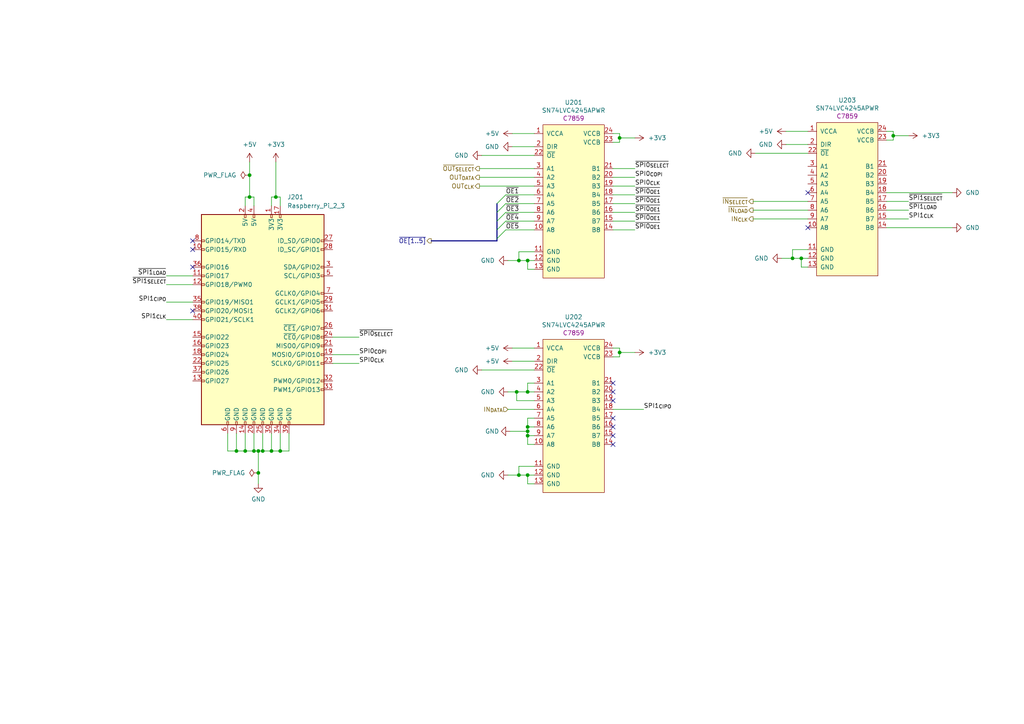
<source format=kicad_sch>
(kicad_sch (version 20211123) (generator eeschema)
  (paper "A4")
  (lib_symbols
    (symbol "Connector:Raspberry_Pi_2_3" (pin_names (offset 1.016))
      (property "Reference" "J" (at -17.78 31.75 0))
      (property "Value" "Raspberry_Pi_2_3" (at 10.16 -31.75 0))
      (symbol "Raspberry_Pi_2_3_0_1"
        (rectangle (start -17.78 30.48) (end 17.78 -30.48) (stroke (width 0.254)) (fill (type background)))
      )
      (symbol "Raspberry_Pi_2_3_1_1"
        (rectangle (start -16.891 -17.526) (end -17.78 -18.034))
        (rectangle (start -16.891 -14.986) (end -17.78 -15.494))
        (rectangle (start -16.891 -12.446) (end -17.78 -12.954))
        (rectangle (start -16.891 -9.906) (end -17.78 -10.414))
        (rectangle (start -16.891 -7.366) (end -17.78 -7.874))
        (rectangle (start -16.891 -4.826) (end -17.78 -5.334))
        (rectangle (start -16.891 0.254) (end -17.78 -0.254))
        (rectangle (start -16.891 2.794) (end -17.78 2.286))
        (rectangle (start -16.891 5.334) (end -17.78 4.826))
        (rectangle (start -16.891 10.414) (end -17.78 9.906))
        (rectangle (start -16.891 12.954) (end -17.78 12.446))
        (rectangle (start -16.891 15.494) (end -17.78 14.986))
        (rectangle (start -16.891 20.574) (end -17.78 20.066))
        (rectangle (start -16.891 23.114) (end -17.78 22.606))
        (rectangle (start -10.414 -29.591) (end -9.906 -30.48))
        (rectangle (start -7.874 -29.591) (end -7.366 -30.48))
        (rectangle (start -5.334 -29.591) (end -4.826 -30.48))
        (rectangle (start -5.334 30.48) (end -4.826 29.591))
        (rectangle (start -2.794 -29.591) (end -2.286 -30.48))
        (rectangle (start -2.794 30.48) (end -2.286 29.591))
        (rectangle (start -0.254 -29.591) (end 0.254 -30.48))
        (rectangle (start 2.286 -29.591) (end 2.794 -30.48))
        (rectangle (start 2.286 30.48) (end 2.794 29.591))
        (rectangle (start 4.826 -29.591) (end 5.334 -30.48))
        (rectangle (start 4.826 30.48) (end 5.334 29.591))
        (rectangle (start 7.366 -29.591) (end 7.874 -30.48))
        (rectangle (start 17.78 -20.066) (end 16.891 -20.574))
        (rectangle (start 17.78 -17.526) (end 16.891 -18.034))
        (rectangle (start 17.78 -12.446) (end 16.891 -12.954))
        (rectangle (start 17.78 -9.906) (end 16.891 -10.414))
        (rectangle (start 17.78 -7.366) (end 16.891 -7.874))
        (rectangle (start 17.78 -4.826) (end 16.891 -5.334))
        (rectangle (start 17.78 -2.286) (end 16.891 -2.794))
        (rectangle (start 17.78 2.794) (end 16.891 2.286))
        (rectangle (start 17.78 5.334) (end 16.891 4.826))
        (rectangle (start 17.78 7.874) (end 16.891 7.366))
        (rectangle (start 17.78 12.954) (end 16.891 12.446))
        (rectangle (start 17.78 15.494) (end 16.891 14.986))
        (rectangle (start 17.78 20.574) (end 16.891 20.066))
        (rectangle (start 17.78 23.114) (end 16.891 22.606))
        (pin power_in line (at 2.54 33.02 270) (length 2.54) (name "3V3") (number "1"))
        (pin bidirectional line (at -20.32 20.32 0) (length 2.54) (name "GPIO15/RXD") (number "10"))
        (pin bidirectional line (at -20.32 12.7 0) (length 2.54) (name "GPIO17") (number "11"))
        (pin bidirectional line (at -20.32 10.16 0) (length 2.54) (name "GPIO18/PWM0") (number "12"))
        (pin bidirectional line (at -20.32 -17.78 0) (length 2.54) (name "GPIO27") (number "13"))
        (pin power_in line (at -5.08 -33.02 90) (length 2.54) (name "GND") (number "14"))
        (pin bidirectional line (at -20.32 -5.08 0) (length 2.54) (name "GPIO22") (number "15"))
        (pin bidirectional line (at -20.32 -7.62 0) (length 2.54) (name "GPIO23") (number "16"))
        (pin power_in line (at 5.08 33.02 270) (length 2.54) (name "3V3") (number "17"))
        (pin bidirectional line (at -20.32 -10.16 0) (length 2.54) (name "GPIO24") (number "18"))
        (pin bidirectional line (at 20.32 -10.16 180) (length 2.54) (name "MOSI0/GPIO10") (number "19"))
        (pin power_in line (at -5.08 33.02 270) (length 2.54) (name "5V") (number "2"))
        (pin power_in line (at -2.54 -33.02 90) (length 2.54) (name "GND") (number "20"))
        (pin bidirectional line (at 20.32 -7.62 180) (length 2.54) (name "MISO0/GPIO9") (number "21"))
        (pin bidirectional line (at -20.32 -12.7 0) (length 2.54) (name "GPIO25") (number "22"))
        (pin bidirectional line (at 20.32 -12.7 180) (length 2.54) (name "SCLK0/GPIO11") (number "23"))
        (pin bidirectional line (at 20.32 -5.08 180) (length 2.54) (name "~{CE0}/GPIO8") (number "24"))
        (pin power_in line (at 0 -33.02 90) (length 2.54) (name "GND") (number "25"))
        (pin bidirectional line (at 20.32 -2.54 180) (length 2.54) (name "~{CE1}/GPIO7") (number "26"))
        (pin bidirectional line (at 20.32 22.86 180) (length 2.54) (name "ID_SD/GPIO0") (number "27"))
        (pin bidirectional line (at 20.32 20.32 180) (length 2.54) (name "ID_SC/GPIO1") (number "28"))
        (pin bidirectional line (at 20.32 5.08 180) (length 2.54) (name "GCLK1/GPIO5") (number "29"))
        (pin bidirectional line (at 20.32 15.24 180) (length 2.54) (name "SDA/GPIO2") (number "3"))
        (pin power_in line (at 2.54 -33.02 90) (length 2.54) (name "GND") (number "30"))
        (pin bidirectional line (at 20.32 2.54 180) (length 2.54) (name "GCLK2/GPIO6") (number "31"))
        (pin bidirectional line (at 20.32 -17.78 180) (length 2.54) (name "PWM0/GPIO12") (number "32"))
        (pin bidirectional line (at 20.32 -20.32 180) (length 2.54) (name "PWM1/GPIO13") (number "33"))
        (pin power_in line (at 5.08 -33.02 90) (length 2.54) (name "GND") (number "34"))
        (pin bidirectional line (at -20.32 5.08 0) (length 2.54) (name "GPIO19/MISO1") (number "35"))
        (pin bidirectional line (at -20.32 15.24 0) (length 2.54) (name "GPIO16") (number "36"))
        (pin bidirectional line (at -20.32 -15.24 0) (length 2.54) (name "GPIO26") (number "37"))
        (pin bidirectional line (at -20.32 2.54 0) (length 2.54) (name "GPIO20/MOSI1") (number "38"))
        (pin power_in line (at 7.62 -33.02 90) (length 2.54) (name "GND") (number "39"))
        (pin power_in line (at -2.54 33.02 270) (length 2.54) (name "5V") (number "4"))
        (pin bidirectional line (at -20.32 0 0) (length 2.54) (name "GPIO21/SCLK1") (number "40"))
        (pin bidirectional line (at 20.32 12.7 180) (length 2.54) (name "SCL/GPIO3") (number "5"))
        (pin power_in line (at -10.16 -33.02 90) (length 2.54) (name "GND") (number "6"))
        (pin bidirectional line (at 20.32 7.62 180) (length 2.54) (name "GCLK0/GPIO4") (number "7"))
        (pin bidirectional line (at -20.32 22.86 0) (length 2.54) (name "GPIO14/TXD") (number "8"))
        (pin power_in line (at -7.62 -33.02 90) (length 2.54) (name "GND") (number "9"))
      )
    )
    (symbol "LevelShifter:SN74LVC4245APWR" (pin_names (offset 1.016))
      (property "Reference" "U" (at 0 24.13 0))
      (property "Value" "SN74LVC4245APWR" (at 0 -24.13 0))
      (property "LCSC" "C7859" (at 0 5.08 0))
      (symbol "SN74LVC4245APWR_0_1"
        (rectangle (start -8.89 21.59) (end 8.89 -22.86) (fill (type background)))
      )
      (symbol "SN74LVC4245APWR_1_1"
        (pin power_in line (at -11.43 19.05 0) (length 2.54) (name "VCCA") (number "1"))
        (pin bidirectional line (at -11.43 -8.89 0) (length 2.54) (name "A8") (number "10"))
        (pin power_in line (at -11.43 -15.24 0) (length 2.54) (name "GND") (number "11"))
        (pin power_in line (at -11.43 -17.78 0) (length 2.54) (name "GND") (number "12"))
        (pin power_in line (at -11.43 -20.32 0) (length 2.54) (name "GND") (number "13"))
        (pin bidirectional line (at 11.43 -8.89 180) (length 2.54) (name "B8") (number "14"))
        (pin bidirectional line (at 11.43 -6.35 180) (length 2.54) (name "B7") (number "15"))
        (pin bidirectional line (at 11.43 -3.81 180) (length 2.54) (name "B6") (number "16"))
        (pin bidirectional line (at 11.43 -1.27 180) (length 2.54) (name "B5") (number "17"))
        (pin bidirectional line (at 11.43 1.27 180) (length 2.54) (name "B4") (number "18"))
        (pin bidirectional line (at 11.43 3.81 180) (length 2.54) (name "B3") (number "19"))
        (pin input line (at -11.43 15.24 0) (length 2.54) (name "DIR") (number "2"))
        (pin bidirectional line (at 11.43 6.35 180) (length 2.54) (name "B2") (number "20"))
        (pin bidirectional line (at 11.43 8.89 180) (length 2.54) (name "B1") (number "21"))
        (pin input line (at -11.43 12.7 0) (length 2.54) (name "~{OE}") (number "22"))
        (pin power_in line (at 11.43 16.51 180) (length 2.54) (name "VCCB") (number "23"))
        (pin power_in line (at 11.43 19.05 180) (length 2.54) (name "VCCB") (number "24"))
        (pin bidirectional line (at -11.43 8.89 0) (length 2.54) (name "A1") (number "3"))
        (pin bidirectional line (at -11.43 6.35 0) (length 2.54) (name "A2") (number "4"))
        (pin bidirectional line (at -11.43 3.81 0) (length 2.54) (name "A3") (number "5"))
        (pin bidirectional line (at -11.43 1.27 0) (length 2.54) (name "A4") (number "6"))
        (pin bidirectional line (at -11.43 -1.27 0) (length 2.54) (name "A5") (number "7"))
        (pin bidirectional line (at -11.43 -3.81 0) (length 2.54) (name "A6") (number "8"))
        (pin bidirectional line (at -11.43 -6.35 0) (length 2.54) (name "A7") (number "9"))
      )
    )
    (symbol "power:+3V3" (power) (pin_names (offset 0))
      (property "Value" "+3V3" (at 0 3.556 0))
      (symbol "+3V3_0_1"
        (polyline (pts (xy -0.762 1.27) (xy 0 2.54)))
        (polyline (pts (xy 0 0) (xy 0 2.54)))
        (polyline (pts (xy 0 2.54) (xy 0.762 1.27)))
      )
      (symbol "+3V3_1_1"
        (pin power_in line (at 0 0 90) (length 0) hide (name "+3V3") (number "1"))
      )
    )
    (symbol "power:+5V" (power) (pin_names (offset 0))
      (property "Value" "+5V" (at 0 3.556 0))
      (symbol "+5V_0_1"
        (polyline (pts (xy -0.762 1.27) (xy 0 2.54)))
        (polyline (pts (xy 0 0) (xy 0 2.54)))
        (polyline (pts (xy 0 2.54) (xy 0.762 1.27)))
      )
      (symbol "+5V_1_1"
        (pin power_in line (at 0 0 90) (length 0) hide (name "+5V") (number "1"))
      )
    )
    (symbol "power:GND" (power) (pin_names (offset 0))
      (property "Value" "GND" (at 0 -3.81 0))
      (symbol "GND_0_1"
        (polyline (pts (xy 0 0) (xy 0 -1.27) (xy 1.27 -1.27) (xy 0 -2.54) (xy -1.27 -1.27) (xy 0 -1.27)))
      )
      (symbol "GND_1_1"
        (pin power_in line (at 0 0 270) (length 0) hide (name "GND") (number "1"))
      )
    )
    (symbol "power:PWR_FLAG" (power) (pin_numbers hide) (pin_names (offset 0) hide)
      (property "Value" "PWR_FLAG" (at 0 3.81 0))
      (symbol "PWR_FLAG_0_0"
        (pin power_out line (at 0 0 90) (length 0) (name "pwr") (number "1"))
      )
      (symbol "PWR_FLAG_0_1"
        (polyline (pts (xy 0 0) (xy 0 1.27) (xy -1.016 1.905) (xy 0 2.54) (xy 1.016 1.905) (xy 0 1.27)))
      )
    )
  )
  (junction (at 229.87 74.93))
  (junction (at 232.41 74.93))
  (junction (at 73.66 130.81))
  (junction (at 259.08 39.37))
  (junction (at 72.39 50.8))
  (junction (at 153.035 137.795))
  (junction (at 153.035 75.565))
  (junction (at 179.705 40.005))
  (junction (at 72.39 57.15))
  (junction (at 153.035 123.825))
  (junction (at 78.74 130.81))
  (junction (at 153.035 126.365))
  (junction (at 68.58 130.81))
  (junction (at 74.93 137.16))
  (junction (at 150.495 75.565))
  (junction (at 150.495 137.795))
  (junction (at 71.12 130.81))
  (junction (at 80.01 57.15))
  (junction (at 74.93 130.81))
  (junction (at 76.2 130.81))
  (junction (at 149.86 113.665))
  (junction (at 153.035 125.095))
  (junction (at 153.035 113.665))
  (junction (at 81.28 130.81))
  (junction (at 179.705 102.235))
  (no_connect (at 177.8 126.365))
  (no_connect (at 177.8 111.125))
  (no_connect (at 177.8 123.825))
  (no_connect (at 234.315 66.04))
  (no_connect (at 177.8 113.665))
  (no_connect (at 177.8 128.905))
  (no_connect (at 177.8 121.285))
  (no_connect (at 55.88 77.47))
  (no_connect (at 55.88 90.17))
  (no_connect (at 55.88 69.85))
  (no_connect (at 55.88 72.39))
  (no_connect (at 177.8 116.205))
  (no_connect (at 234.315 55.88))
  (bus_entry (at 144.145 61.595) (size 2.54 -2.54))
  (bus_entry (at 144.145 59.055) (size 2.54 -2.54))
  (bus_entry (at 144.145 64.135) (size 2.54 -2.54))
  (bus_entry (at 144.145 69.215) (size 2.54 -2.54))
  (bus_entry (at 144.145 66.675) (size 2.54 -2.54))
  (wire (pts (xy 179.705 40.005) (xy 179.705 41.275)))
  (wire (pts (xy 227.965 38.1) (xy 234.315 38.1)))
  (wire (pts (xy 177.8 48.895) (xy 184.15 48.895)))
  (wire (pts (xy 154.94 128.905) (xy 153.035 128.905)))
  (wire (pts (xy 177.8 103.505) (xy 179.705 103.505)))
  (wire (pts (xy 179.705 100.965) (xy 179.705 102.235)))
  (wire (pts (xy 150.495 137.795) (xy 153.035 137.795)))
  (wire (pts (xy 177.8 100.965) (xy 179.705 100.965)))
  (wire (pts (xy 72.39 57.15) (xy 73.66 57.15)))
  (wire (pts (xy 72.39 46.99) (xy 72.39 50.8)))
  (wire (pts (xy 146.685 66.675) (xy 154.94 66.675)))
  (wire (pts (xy 150.495 73.025) (xy 150.495 75.565)))
  (wire (pts (xy 218.44 58.42) (xy 234.315 58.42)))
  (wire (pts (xy 153.035 140.335) (xy 153.035 137.795)))
  (wire (pts (xy 146.685 61.595) (xy 154.94 61.595)))
  (wire (pts (xy 48.26 87.63) (xy 55.88 87.63)))
  (wire (pts (xy 257.175 38.1) (xy 259.08 38.1)))
  (wire (pts (xy 139.065 48.895) (xy 154.94 48.895)))
  (wire (pts (xy 147.32 137.795) (xy 150.495 137.795)))
  (wire (pts (xy 257.175 55.88) (xy 276.225 55.88)))
  (wire (pts (xy 154.94 116.205) (xy 149.86 116.205)))
  (wire (pts (xy 147.32 113.665) (xy 149.86 113.665)))
  (wire (pts (xy 154.94 140.335) (xy 153.035 140.335)))
  (wire (pts (xy 259.08 39.37) (xy 259.08 40.64)))
  (wire (pts (xy 229.87 72.39) (xy 229.87 74.93)))
  (wire (pts (xy 74.93 130.81) (xy 74.93 137.16)))
  (wire (pts (xy 153.035 113.665) (xy 154.94 113.665)))
  (wire (pts (xy 153.035 137.795) (xy 154.94 137.795)))
  (wire (pts (xy 76.2 125.73) (xy 76.2 130.81)))
  (wire (pts (xy 72.39 50.8) (xy 72.39 57.15)))
  (wire (pts (xy 139.7 45.085) (xy 154.94 45.085)))
  (wire (pts (xy 148.59 42.545) (xy 154.94 42.545)))
  (wire (pts (xy 153.035 128.905) (xy 153.035 126.365)))
  (wire (pts (xy 71.12 59.69) (xy 71.12 57.15)))
  (wire (pts (xy 177.8 38.735) (xy 179.705 38.735)))
  (wire (pts (xy 78.74 57.15) (xy 80.01 57.15)))
  (wire (pts (xy 71.12 130.81) (xy 73.66 130.81)))
  (wire (pts (xy 153.035 126.365) (xy 154.94 126.365)))
  (wire (pts (xy 177.8 118.745) (xy 186.69 118.745)))
  (wire (pts (xy 139.065 53.975) (xy 154.94 53.975)))
  (wire (pts (xy 146.685 56.515) (xy 154.94 56.515)))
  (wire (pts (xy 78.74 130.81) (xy 81.28 130.81)))
  (wire (pts (xy 177.8 66.675) (xy 184.15 66.675)))
  (wire (pts (xy 179.705 40.005) (xy 184.15 40.005)))
  (wire (pts (xy 83.82 125.73) (xy 83.82 130.81)))
  (wire (pts (xy 257.175 63.5) (xy 263.525 63.5)))
  (wire (pts (xy 177.8 51.435) (xy 184.15 51.435)))
  (wire (pts (xy 81.28 57.15) (xy 81.28 59.69)))
  (wire (pts (xy 153.035 123.825) (xy 153.035 125.095)))
  (wire (pts (xy 96.52 102.87) (xy 104.14 102.87)))
  (wire (pts (xy 153.035 125.095) (xy 153.035 126.365)))
  (wire (pts (xy 96.52 105.41) (xy 104.14 105.41)))
  (wire (pts (xy 81.28 125.73) (xy 81.28 130.81)))
  (wire (pts (xy 177.8 56.515) (xy 184.15 56.515)))
  (wire (pts (xy 154.94 135.255) (xy 150.495 135.255)))
  (wire (pts (xy 177.8 64.135) (xy 184.15 64.135)))
  (wire (pts (xy 148.59 38.735) (xy 154.94 38.735)))
  (wire (pts (xy 71.12 125.73) (xy 71.12 130.81)))
  (wire (pts (xy 48.26 80.01) (xy 55.88 80.01)))
  (wire (pts (xy 73.66 125.73) (xy 73.66 130.81)))
  (wire (pts (xy 153.035 75.565) (xy 154.94 75.565)))
  (wire (pts (xy 150.495 75.565) (xy 153.035 75.565)))
  (wire (pts (xy 80.01 46.99) (xy 80.01 57.15)))
  (wire (pts (xy 257.175 58.42) (xy 263.525 58.42)))
  (wire (pts (xy 68.58 125.73) (xy 68.58 130.81)))
  (wire (pts (xy 74.93 130.81) (xy 76.2 130.81)))
  (wire (pts (xy 148.59 104.775) (xy 154.94 104.775)))
  (wire (pts (xy 147.955 125.095) (xy 153.035 125.095)))
  (wire (pts (xy 227.965 41.91) (xy 234.315 41.91)))
  (wire (pts (xy 257.175 66.04) (xy 276.225 66.04)))
  (wire (pts (xy 179.705 38.735) (xy 179.705 40.005)))
  (wire (pts (xy 153.035 121.285) (xy 154.94 121.285)))
  (wire (pts (xy 234.315 77.47) (xy 232.41 77.47)))
  (wire (pts (xy 139.7 107.315) (xy 154.94 107.315)))
  (wire (pts (xy 177.8 41.275) (xy 179.705 41.275)))
  (wire (pts (xy 153.035 78.105) (xy 153.035 75.565)))
  (bus (pts (xy 144.145 61.595) (xy 144.145 64.135)))
  (wire (pts (xy 177.8 53.975) (xy 184.15 53.975)))
  (wire (pts (xy 153.035 111.125) (xy 153.035 113.665)))
  (wire (pts (xy 218.44 60.96) (xy 234.315 60.96)))
  (wire (pts (xy 149.86 113.665) (xy 153.035 113.665)))
  (wire (pts (xy 257.175 40.64) (xy 259.08 40.64)))
  (wire (pts (xy 226.695 74.93) (xy 229.87 74.93)))
  (wire (pts (xy 177.8 59.055) (xy 184.15 59.055)))
  (wire (pts (xy 78.74 125.73) (xy 78.74 130.81)))
  (wire (pts (xy 48.26 82.55) (xy 55.88 82.55)))
  (wire (pts (xy 68.58 130.81) (xy 71.12 130.81)))
  (wire (pts (xy 232.41 77.47) (xy 232.41 74.93)))
  (wire (pts (xy 81.28 130.81) (xy 83.82 130.81)))
  (wire (pts (xy 146.685 64.135) (xy 154.94 64.135)))
  (wire (pts (xy 66.04 125.73) (xy 66.04 130.81)))
  (wire (pts (xy 80.01 57.15) (xy 81.28 57.15)))
  (bus (pts (xy 125.095 69.85) (xy 144.145 69.85)))
  (wire (pts (xy 147.32 118.745) (xy 154.94 118.745)))
  (bus (pts (xy 144.145 69.215) (xy 144.145 69.85)))
  (wire (pts (xy 139.065 51.435) (xy 154.94 51.435)))
  (wire (pts (xy 218.44 63.5) (xy 234.315 63.5)))
  (wire (pts (xy 71.12 57.15) (xy 72.39 57.15)))
  (wire (pts (xy 78.74 59.69) (xy 78.74 57.15)))
  (bus (pts (xy 144.145 59.055) (xy 144.145 61.595)))
  (wire (pts (xy 76.2 130.81) (xy 78.74 130.81)))
  (wire (pts (xy 96.52 97.79) (xy 104.14 97.79)))
  (wire (pts (xy 73.66 57.15) (xy 73.66 59.69)))
  (bus (pts (xy 144.145 66.675) (xy 144.145 69.215)))
  (wire (pts (xy 259.08 39.37) (xy 263.525 39.37)))
  (wire (pts (xy 259.08 38.1) (xy 259.08 39.37)))
  (bus (pts (xy 144.145 64.135) (xy 144.145 66.675)))
  (wire (pts (xy 66.04 130.81) (xy 68.58 130.81)))
  (wire (pts (xy 148.59 100.965) (xy 154.94 100.965)))
  (wire (pts (xy 150.495 135.255) (xy 150.495 137.795)))
  (wire (pts (xy 147.32 75.565) (xy 150.495 75.565)))
  (wire (pts (xy 232.41 74.93) (xy 234.315 74.93)))
  (wire (pts (xy 149.86 116.205) (xy 149.86 113.665)))
  (wire (pts (xy 154.94 111.125) (xy 153.035 111.125)))
  (wire (pts (xy 73.66 130.81) (xy 74.93 130.81)))
  (wire (pts (xy 177.8 61.595) (xy 184.15 61.595)))
  (wire (pts (xy 154.94 123.825) (xy 153.035 123.825)))
  (wire (pts (xy 154.94 73.025) (xy 150.495 73.025)))
  (wire (pts (xy 179.705 102.235) (xy 184.15 102.235)))
  (wire (pts (xy 257.175 60.96) (xy 263.525 60.96)))
  (wire (pts (xy 153.035 123.825) (xy 153.035 121.285)))
  (wire (pts (xy 146.685 59.055) (xy 154.94 59.055)))
  (wire (pts (xy 74.93 137.16) (xy 74.93 140.335)))
  (wire (pts (xy 154.94 78.105) (xy 153.035 78.105)))
  (wire (pts (xy 219.075 44.45) (xy 234.315 44.45)))
  (wire (pts (xy 234.315 72.39) (xy 229.87 72.39)))
  (wire (pts (xy 48.26 92.71) (xy 55.88 92.71)))
  (wire (pts (xy 229.87 74.93) (xy 232.41 74.93)))
  (wire (pts (xy 179.705 102.235) (xy 179.705 103.505)))
  (label "SPI1_{CLK}" (at 263.525 63.5 0))
  (label "~{OE1}" (at 146.685 56.515 0))
  (label "~{SPI0_{SELECT}}" (at 104.14 97.79 0))
  (label "~{SPI0_{OE1}}" (at 184.15 66.675 0))
  (label "~{SPI0_{OE1}}" (at 184.15 64.135 0))
  (label "SPI0_{COPI}" (at 184.15 51.435 0))
  (label "SPI0_{COPI}" (at 104.14 102.87 0))
  (label "~{SPI1_{LOAD}}" (at 48.26 80.01 180))
  (label "~{OE5}" (at 146.685 66.675 0))
  (label "~{SPI0_{OE1}}" (at 184.15 61.595 0))
  (label "~{SPI1_{SELECT}}" (at 263.525 58.42 0))
  (label "~{OE4}" (at 146.685 64.135 0))
  (label "~{SPI0_{OE1}}" (at 184.15 59.055 0))
  (label "SPI1_{CLK}" (at 48.26 92.71 180))
  (label "SPI1_{CIPO}" (at 186.69 118.745 0))
  (label "~{OE3}" (at 146.685 61.595 0))
  (label "SPI0_{CLK}" (at 184.15 53.975 0))
  (label "SPI0_{CLK}" (at 104.14 105.41 0))
  (label "~{SPI0_{SELECT}}" (at 184.15 48.895 0))
  (label "~{SPI0_{OE1}}" (at 184.15 56.515 0))
  (label "~{SPI1_{LOAD}}" (at 263.525 60.96 0))
  (label "~{OE2}" (at 146.685 59.055 0))
  (label "SPI1_{CIPO}" (at 48.26 87.63 180))
  (label "~{SPI1_{SELECT}}" (at 48.26 82.55 180))
  (hierarchical_label "IN_{DATA}" (shape input) (at 147.32 118.745 180))
  (hierarchical_label "~{OE[1..5]}" (shape output) (at 125.095 69.85 180))
  (hierarchical_label "~{OUT_{SELECT}}" (shape output) (at 139.065 48.895 180))
  (hierarchical_label "~{IN_{SELECT}}" (shape output) (at 218.44 58.42 180))
  (hierarchical_label "IN_{CLK}" (shape output) (at 218.44 63.5 180))
  (hierarchical_label "OUT_{DATA}" (shape output) (at 139.065 51.435 180))
  (hierarchical_label "OUT_{CLK}" (shape output) (at 139.065 53.975 180))
  (hierarchical_label "~{IN_{LOAD}}" (shape output) (at 218.44 60.96 180))
  (symbol (lib_id "power:GND") (at 276.225 66.04 90) (unit 1)
    (property "Reference" "#PWR0222" (effects hide))
    (property "Value" "GND" (at 280.035 66.0399 90) (effects (justify right)))
  )
  (symbol (lib_id "power:+5V") (at 227.965 38.1 90) (unit 1)
    (property "Reference" "#PWR0218" (effects hide))
    (property "Value" "+5V" (at 224.155 38.0999 90) (effects (justify left)))
  )
  (symbol (lib_id "LevelShifter:SN74LVC4245APWR") (at 166.37 57.785 0) (unit 1)
    (property "Reference" "U201" (at 166.37 29.718 0))
    (property "Value" "SN74LVC4245APWR" (at 166.37 32.0294 0))
    (property "Footprint" "Package_SO:TSSOP-24_4.4x7.8mm_P0.65mm" (effects hide))
    (property "Datasheet" "https://datasheet.lcsc.com/lcsc/1809192324_Texas-Instruments-SN74LVC4245APWR_C7859.pdf" (effects hide))
    (property "LCSC" "C7859" (at 166.37 34.3408 0))
  )
  (symbol (lib_id "power:+3V3") (at 263.525 39.37 270) (unit 1)
    (property "Reference" "#PWR0220" (effects hide))
    (property "Value" "+3V3" (at 267.335 39.3699 90) (effects (justify left)))
  )
  (symbol (lib_id "power:PWR_FLAG") (at 72.39 50.8 90) (unit 1)
    (property "Reference" "#FLG0201" (effects hide))
    (property "Value" "PWR_FLAG" (at 68.58 50.7999 90) (effects (justify left)))
  )
  (symbol (lib_id "power:GND") (at 276.225 55.88 90) (unit 1)
    (property "Reference" "#PWR0221" (effects hide))
    (property "Value" "GND" (at 280.035 55.8799 90) (effects (justify right)))
  )
  (symbol (lib_id "Connector:Raspberry_Pi_2_3") (at 76.2 92.71 0) (unit 1)
    (property "Reference" "J201" (at 83.2994 57.15 0) (effects (justify left)))
    (property "Value" "Raspberry_Pi_2_3" (at 83.2994 59.69 0) (effects (justify left)))
    (property "Footprint" "Connector_PinHeader_2.54mm:PinHeader_2x20_P2.54mm_Vertical" (effects hide))
    (property "Datasheet" "https://www.raspberrypi.org/documentation/hardware/raspberrypi/schematics/rpi_SCH_3bplus_1p0_reduced.pdf" (effects hide))
  )
  (symbol (lib_id "power:GND") (at 147.955 125.095 270) (unit 1)
    (property "Reference" "#PWR0209" (effects hide))
    (property "Value" "GND" (at 144.78 125.0949 90) (effects (justify right)))
  )
  (symbol (lib_id "power:+5V") (at 148.59 100.965 90) (unit 1)
    (property "Reference" "#PWR0212" (effects hide))
    (property "Value" "+5V" (at 144.78 100.9649 90) (effects (justify left)))
  )
  (symbol (lib_id "power:+5V") (at 148.59 38.735 90) (unit 1)
    (property "Reference" "#PWR0210" (effects hide))
    (property "Value" "+5V" (at 144.78 38.7349 90) (effects (justify left)))
  )
  (symbol (lib_id "power:GND") (at 139.7 107.315 270) (unit 1)
    (property "Reference" "#PWR0205" (effects hide))
    (property "Value" "GND" (at 135.89 107.3149 90) (effects (justify right)))
  )
  (symbol (lib_id "power:GND") (at 74.93 140.335 0) (unit 1)
    (property "Reference" "#PWR0202" (effects hide))
    (property "Value" "GND" (at 74.93 144.78 0))
  )
  (symbol (lib_id "power:+3V3") (at 184.15 102.235 270) (unit 1)
    (property "Reference" "#PWR0215" (effects hide))
    (property "Value" "+3V3" (at 187.96 102.2349 90) (effects (justify left)))
  )
  (symbol (lib_id "LevelShifter:SN74LVC4245APWR") (at 166.37 120.015 0) (unit 1)
    (property "Reference" "U202" (at 166.37 91.948 0))
    (property "Value" "SN74LVC4245APWR" (at 166.37 94.2594 0))
    (property "Footprint" "Package_SO:TSSOP-24_4.4x7.8mm_P0.65mm" (effects hide))
    (property "Datasheet" "https://datasheet.lcsc.com/lcsc/1809192324_Texas-Instruments-SN74LVC4245APWR_C7859.pdf" (effects hide))
    (property "LCSC" "C7859" (at 166.37 96.5708 0))
  )
  (symbol (lib_id "power:GND") (at 147.32 113.665 270) (unit 1)
    (property "Reference" "#PWR0207" (effects hide))
    (property "Value" "GND" (at 143.51 113.6649 90) (effects (justify right)))
  )
  (symbol (lib_id "power:GND") (at 147.32 75.565 270) (unit 1)
    (property "Reference" "#PWR0206" (effects hide))
    (property "Value" "GND" (at 143.51 75.5649 90) (effects (justify right)))
  )
  (symbol (lib_id "power:+3V3") (at 80.01 46.99 0) (unit 1)
    (property "Reference" "#PWR0203" (effects hide))
    (property "Value" "+3V3" (at 80.01 41.91 0))
  )
  (symbol (lib_id "power:GND") (at 227.965 41.91 270) (unit 1)
    (property "Reference" "#PWR0219" (effects hide))
    (property "Value" "GND" (at 224.155 41.9099 90) (effects (justify right)))
  )
  (symbol (lib_id "power:+3V3") (at 184.15 40.005 270) (unit 1)
    (property "Reference" "#PWR0214" (effects hide))
    (property "Value" "+3V3" (at 187.96 40.0049 90) (effects (justify left)))
  )
  (symbol (lib_id "power:PWR_FLAG") (at 74.93 137.16 90) (unit 1)
    (property "Reference" "#FLG0202" (effects hide))
    (property "Value" "PWR_FLAG" (at 71.12 137.1599 90) (effects (justify left)))
  )
  (symbol (lib_id "power:GND") (at 148.59 42.545 270) (unit 1)
    (property "Reference" "#PWR0211" (effects hide))
    (property "Value" "GND" (at 144.78 42.5449 90) (effects (justify right)))
  )
  (symbol (lib_id "LevelShifter:SN74LVC4245APWR") (at 245.745 57.15 0) (unit 1)
    (property "Reference" "U203" (at 245.745 29.083 0))
    (property "Value" "SN74LVC4245APWR" (at 245.745 31.3944 0))
    (property "Footprint" "Package_SO:TSSOP-24_4.4x7.8mm_P0.65mm" (effects hide))
    (property "Datasheet" "https://datasheet.lcsc.com/lcsc/1809192324_Texas-Instruments-SN74LVC4245APWR_C7859.pdf" (effects hide))
    (property "LCSC" "C7859" (at 245.745 33.7058 0))
  )
  (symbol (lib_id "power:GND") (at 147.32 137.795 270) (unit 1)
    (property "Reference" "#PWR0208" (effects hide))
    (property "Value" "GND" (at 143.51 137.7949 90) (effects (justify right)))
  )
  (symbol (lib_id "power:+5V") (at 72.39 46.99 0) (unit 1)
    (property "Reference" "#PWR0201" (effects hide))
    (property "Value" "+5V" (at 72.39 41.91 0))
  )
  (symbol (lib_id "power:+5V") (at 148.59 104.775 90) (unit 1)
    (property "Reference" "#PWR0213" (effects hide))
    (property "Value" "+5V" (at 144.78 104.7749 90) (effects (justify left)))
  )
  (symbol (lib_id "power:GND") (at 219.075 44.45 270) (unit 1)
    (property "Reference" "#PWR0216" (effects hide))
    (property "Value" "GND" (at 215.265 44.4499 90) (effects (justify right)))
  )
  (symbol (lib_id "power:GND") (at 139.7 45.085 270) (unit 1)
    (property "Reference" "#PWR0204" (effects hide))
    (property "Value" "GND" (at 135.89 45.0849 90) (effects (justify right)))
  )
  (symbol (lib_id "power:GND") (at 226.695 74.93 270) (unit 1)
    (property "Reference" "#PWR0217" (effects hide))
    (property "Value" "GND" (at 222.885 74.9299 90) (effects (justify right)))
  )
)
</source>
